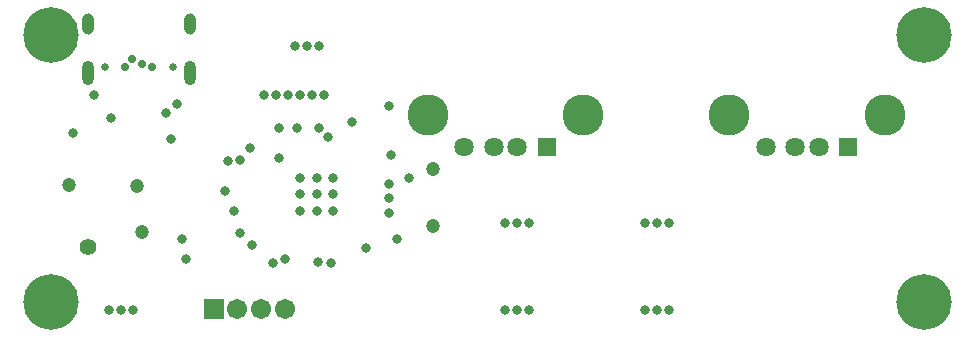
<source format=gbs>
G04*
G04 #@! TF.GenerationSoftware,Altium Limited,Altium Designer,23.5.1 (21)*
G04*
G04 Layer_Color=16711935*
%FSLAX44Y44*%
%MOMM*%
G71*
G04*
G04 #@! TF.SameCoordinates,2BC34154-30F2-4EB8-A0CA-646768C512BA*
G04*
G04*
G04 #@! TF.FilePolarity,Negative*
G04*
G01*
G75*
%ADD39R,1.6312X1.6312*%
%ADD40C,1.6312*%
%ADD41C,3.4792*%
%ADD42C,4.7032*%
G04:AMPARAMS|DCode=43|XSize=1mm|YSize=1.8mm|CornerRadius=0.5mm|HoleSize=0mm|Usage=FLASHONLY|Rotation=180.000|XOffset=0mm|YOffset=0mm|HoleType=Round|Shape=RoundedRectangle|*
%AMROUNDEDRECTD43*
21,1,1.0000,0.8000,0,0,180.0*
21,1,0.0000,1.8000,0,0,180.0*
1,1,1.0000,0.0000,0.4000*
1,1,1.0000,0.0000,0.4000*
1,1,1.0000,0.0000,-0.4000*
1,1,1.0000,0.0000,-0.4000*
%
%ADD43ROUNDEDRECTD43*%
G04:AMPARAMS|DCode=44|XSize=1mm|YSize=2.1mm|CornerRadius=0.5mm|HoleSize=0mm|Usage=FLASHONLY|Rotation=180.000|XOffset=0mm|YOffset=0mm|HoleType=Round|Shape=RoundedRectangle|*
%AMROUNDEDRECTD44*
21,1,1.0000,1.1000,0,0,180.0*
21,1,0.0000,2.1000,0,0,180.0*
1,1,1.0000,0.0000,0.5500*
1,1,1.0000,0.0000,0.5500*
1,1,1.0000,0.0000,-0.5500*
1,1,1.0000,0.0000,-0.5500*
%
%ADD44ROUNDEDRECTD44*%
%ADD45C,0.6500*%
%ADD46C,1.7032*%
%ADD47R,1.7032X1.7032*%
%ADD48C,0.8032*%
%ADD49C,1.2032*%
%ADD50C,0.7032*%
%ADD51C,1.4032*%
D39*
X644460Y1148900D02*
D03*
X899870D02*
D03*
D40*
X619460D02*
D03*
X599460D02*
D03*
X574460D02*
D03*
X829870D02*
D03*
X854870D02*
D03*
X874870D02*
D03*
D41*
X675160Y1176000D02*
D03*
X543760D02*
D03*
X799170D02*
D03*
X930570D02*
D03*
D42*
X224790Y1017270D02*
D03*
X963930Y1243330D02*
D03*
Y1017270D02*
D03*
X224790Y1243330D02*
D03*
D43*
X342400Y1252988D02*
D03*
X256000D02*
D03*
D44*
X342400Y1211189D02*
D03*
X256000D02*
D03*
D45*
X328100Y1216188D02*
D03*
X270300D02*
D03*
D46*
X402590Y1011770D02*
D03*
X382590D02*
D03*
X422590D02*
D03*
D47*
X362590D02*
D03*
D48*
X417830Y1139190D02*
D03*
X432800Y1164590D02*
D03*
X510730Y1117640D02*
D03*
X459740Y1156970D02*
D03*
X417465Y1164360D02*
D03*
X415290Y1192530D02*
D03*
X393700Y1148080D02*
D03*
X435610Y1192530D02*
D03*
X425450D02*
D03*
X405130D02*
D03*
X445770D02*
D03*
X455930D02*
D03*
X451700Y1164590D02*
D03*
X528320Y1122680D02*
D03*
X518160Y1070610D02*
D03*
X491490Y1062990D02*
D03*
X384810Y1137920D02*
D03*
X374650Y1136650D02*
D03*
X394970Y1065530D02*
D03*
X479770Y1169380D02*
D03*
X512622Y1142248D02*
D03*
X510590Y1183690D02*
D03*
X510730Y1092429D02*
D03*
X326390Y1155700D02*
D03*
X243840Y1160780D02*
D03*
X372474Y1111130D02*
D03*
X335730Y1070610D02*
D03*
X339468Y1054027D02*
D03*
X379601Y1094101D02*
D03*
X384810Y1075690D02*
D03*
X727710Y1010920D02*
D03*
X748030D02*
D03*
X737870D02*
D03*
X462280Y1050290D02*
D03*
X412750D02*
D03*
X450955Y1051560D02*
D03*
X431800Y1234440D02*
D03*
X441960D02*
D03*
X452120D02*
D03*
X261620Y1192530D02*
D03*
X422910Y1054100D02*
D03*
X510730Y1105260D02*
D03*
X619760Y1084580D02*
D03*
X629920D02*
D03*
X609600D02*
D03*
X727710D02*
D03*
X737870D02*
D03*
X449654Y1122710D02*
D03*
X435610D02*
D03*
X463610D02*
D03*
Y1108710D02*
D03*
X435610D02*
D03*
X449610D02*
D03*
X435610Y1094710D02*
D03*
X449610D02*
D03*
X463610D02*
D03*
X748030Y1084580D02*
D03*
X284480Y1010920D02*
D03*
X294640D02*
D03*
X274320D02*
D03*
X275189Y1172994D02*
D03*
X322580Y1177290D02*
D03*
X629920Y1010920D02*
D03*
X619760D02*
D03*
X609600D02*
D03*
X331336Y1185044D02*
D03*
D49*
X548640Y1082040D02*
D03*
Y1130300D02*
D03*
X297595Y1115848D02*
D03*
X301610Y1076612D02*
D03*
X240030Y1116330D02*
D03*
D50*
X302000Y1219200D02*
D03*
X287504Y1216043D02*
D03*
X309900Y1216320D02*
D03*
X293589Y1222820D02*
D03*
D51*
X256540Y1064260D02*
D03*
M02*

</source>
